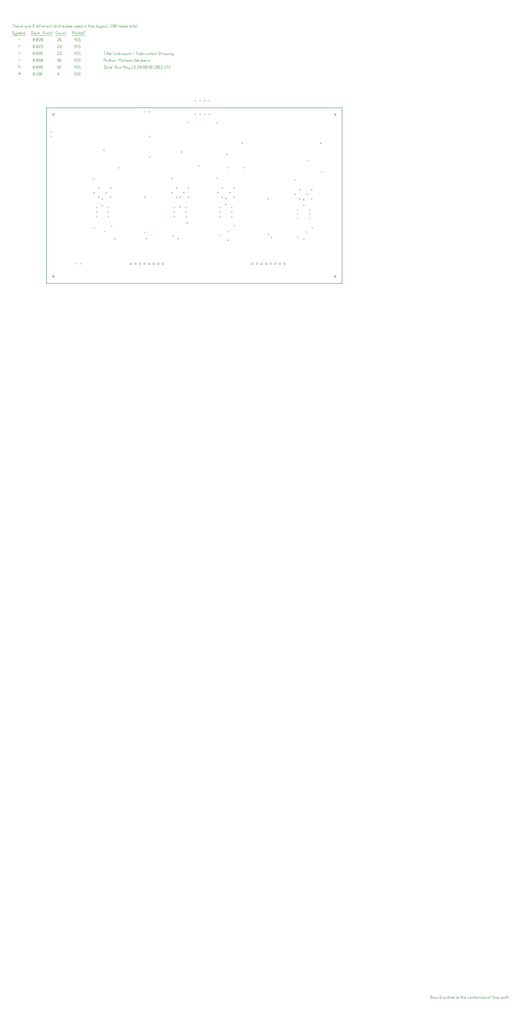
<source format=gbr>
G04 start of page 12 for group -3984 idx -3984 *
G04 Title: (unknown), fab *
G04 Creator: pcb 20110918 *
G04 CreationDate: Sun May 13 20:50:36 2012 UTC *
G04 For: mldelibero *
G04 Format: Gerber/RS-274X *
G04 PCB-Dimensions: 2000000 2000000 *
G04 PCB-Coordinate-Origin: lower left *
%MOIN*%
%FSLAX25Y25*%
%LNFAB*%
%ADD94C,0.0075*%
%ADD93C,0.0060*%
%ADD92C,0.0080*%
%ADD91C,0.0100*%
G54D91*X74100Y1553000D02*X720700D01*
Y1936800D01*
X74100D02*X720700D01*
X74100D02*Y1553000D01*
G54D92*X89100Y1921800D02*Y1918600D01*
Y1921800D02*X91873Y1923400D01*
X89100Y1921800D02*X86327Y1923400D01*
X87500Y1921800D02*G75*G03X90700Y1921800I1600J0D01*G01*
G75*G03X87500Y1921800I-1600J0D01*G01*
X89100Y1568100D02*Y1564900D01*
Y1568100D02*X91873Y1569700D01*
X89100Y1568100D02*X86327Y1569700D01*
X87500Y1568100D02*G75*G03X90700Y1568100I1600J0D01*G01*
G75*G03X87500Y1568100I-1600J0D01*G01*
X705600D02*Y1564900D01*
Y1568100D02*X708373Y1569700D01*
X705600Y1568100D02*X702827Y1569700D01*
X704000Y1568100D02*G75*G03X707200Y1568100I1600J0D01*G01*
G75*G03X704000Y1568100I-1600J0D01*G01*
X705600Y1921400D02*Y1918200D01*
Y1921400D02*X708373Y1923000D01*
X705600Y1921400D02*X702827Y1923000D01*
X704000Y1921400D02*G75*G03X707200Y1921400I1600J0D01*G01*
G75*G03X704000Y1921400I-1600J0D01*G01*
X15000Y2011250D02*Y2008050D01*
Y2011250D02*X17773Y2012850D01*
X15000Y2011250D02*X12227Y2012850D01*
X13400Y2011250D02*G75*G03X16600Y2011250I1600J0D01*G01*
G75*G03X13400Y2011250I-1600J0D01*G01*
G54D93*X135000Y2013500D02*X136500Y2010500D01*
X138000Y2013500D01*
X136500Y2010500D02*Y2007500D01*
X139800Y2010800D02*X142050D01*
X139800Y2007500D02*X142800D01*
X139800Y2013500D02*Y2007500D01*
Y2013500D02*X142800D01*
X147600D02*X148350Y2012750D01*
X145350Y2013500D02*X147600D01*
X144600Y2012750D02*X145350Y2013500D01*
X144600Y2012750D02*Y2011250D01*
X145350Y2010500D01*
X147600D01*
X148350Y2009750D01*
Y2008250D01*
X147600Y2007500D02*X148350Y2008250D01*
X145350Y2007500D02*X147600D01*
X144600Y2008250D02*X145350Y2007500D01*
X98000Y2009750D02*X101000Y2013500D01*
X98000Y2009750D02*X101750D01*
X101000Y2013500D02*Y2007500D01*
X45000Y2008250D02*X45750Y2007500D01*
X45000Y2012750D02*Y2008250D01*
Y2012750D02*X45750Y2013500D01*
X47250D01*
X48000Y2012750D01*
Y2008250D01*
X47250Y2007500D02*X48000Y2008250D01*
X45750Y2007500D02*X47250D01*
X45000Y2009000D02*X48000Y2012000D01*
X49800Y2007500D02*X50550D01*
X52350Y2012300D02*X53550Y2013500D01*
Y2007500D01*
X52350D02*X54600D01*
X56400Y2013500D02*X59400D01*
X56400D02*Y2010500D01*
X57150Y2011250D01*
X58650D01*
X59400Y2010500D01*
Y2008250D01*
X58650Y2007500D02*X59400Y2008250D01*
X57150Y2007500D02*X58650D01*
X56400Y2008250D02*X57150Y2007500D01*
X61200Y2008250D02*X61950Y2007500D01*
X61200Y2012750D02*Y2008250D01*
Y2012750D02*X61950Y2013500D01*
X63450D01*
X64200Y2012750D01*
Y2008250D01*
X63450Y2007500D02*X64200Y2008250D01*
X61950Y2007500D02*X63450D01*
X61200Y2009000D02*X64200Y2012000D01*
X256900Y1597300D02*X260100D01*
X256900D02*Y1594100D01*
X260100D01*
Y1597300D02*Y1594100D01*
X266900Y1597300D02*X270100D01*
X266900D02*Y1594100D01*
X270100D01*
Y1597300D02*Y1594100D01*
X276900Y1597300D02*X280100D01*
X276900D02*Y1594100D01*
X280100D01*
Y1597300D02*Y1594100D01*
X286900Y1597300D02*X290100D01*
X286900D02*Y1594100D01*
X290100D01*
Y1597300D02*Y1594100D01*
X296900Y1597300D02*X300100D01*
X296900D02*Y1594100D01*
X300100D01*
Y1597300D02*Y1594100D01*
X306900Y1597300D02*X310100D01*
X306900D02*Y1594100D01*
X310100D01*
Y1597300D02*Y1594100D01*
X316900Y1597300D02*X320100D01*
X316900D02*Y1594100D01*
X320100D01*
Y1597300D02*Y1594100D01*
X326900Y1597300D02*X330100D01*
X326900D02*Y1594100D01*
X330100D01*
Y1597300D02*Y1594100D01*
X523200Y1597300D02*X526400D01*
X523200D02*Y1594100D01*
X526400D01*
Y1597300D02*Y1594100D01*
X533200Y1597300D02*X536400D01*
X533200D02*Y1594100D01*
X536400D01*
Y1597300D02*Y1594100D01*
X543200Y1597300D02*X546400D01*
X543200D02*Y1594100D01*
X546400D01*
Y1597300D02*Y1594100D01*
X553200Y1597300D02*X556400D01*
X553200D02*Y1594100D01*
X556400D01*
Y1597300D02*Y1594100D01*
X563200Y1597300D02*X566400D01*
X563200D02*Y1594100D01*
X566400D01*
Y1597300D02*Y1594100D01*
X573200Y1597300D02*X576400D01*
X573200D02*Y1594100D01*
X576400D01*
Y1597300D02*Y1594100D01*
X583200Y1597300D02*X586400D01*
X583200D02*Y1594100D01*
X586400D01*
Y1597300D02*Y1594100D01*
X593200Y1597300D02*X596400D01*
X593200D02*Y1594100D01*
X596400D01*
Y1597300D02*Y1594100D01*
X13400Y2027850D02*X16600D01*
X13400D02*Y2024650D01*
X16600D01*
Y2027850D02*Y2024650D01*
X135000Y2028500D02*X136500Y2025500D01*
X138000Y2028500D01*
X136500Y2025500D02*Y2022500D01*
X139800Y2025800D02*X142050D01*
X139800Y2022500D02*X142800D01*
X139800Y2028500D02*Y2022500D01*
Y2028500D02*X142800D01*
X147600D02*X148350Y2027750D01*
X145350Y2028500D02*X147600D01*
X144600Y2027750D02*X145350Y2028500D01*
X144600Y2027750D02*Y2026250D01*
X145350Y2025500D01*
X147600D01*
X148350Y2024750D01*
Y2023250D01*
X147600Y2022500D02*X148350Y2023250D01*
X145350Y2022500D02*X147600D01*
X144600Y2023250D02*X145350Y2022500D01*
X98000Y2027300D02*X99200Y2028500D01*
Y2022500D01*
X98000D02*X100250D01*
X104300Y2028500D02*X105050Y2027750D01*
X102800Y2028500D02*X104300D01*
X102050Y2027750D02*X102800Y2028500D01*
X102050Y2027750D02*Y2023250D01*
X102800Y2022500D01*
X104300Y2025800D02*X105050Y2025050D01*
X102050Y2025800D02*X104300D01*
X102800Y2022500D02*X104300D01*
X105050Y2023250D01*
Y2025050D02*Y2023250D01*
X45000D02*X45750Y2022500D01*
X45000Y2027750D02*Y2023250D01*
Y2027750D02*X45750Y2028500D01*
X47250D01*
X48000Y2027750D01*
Y2023250D01*
X47250Y2022500D02*X48000Y2023250D01*
X45750Y2022500D02*X47250D01*
X45000Y2024000D02*X48000Y2027000D01*
X49800Y2022500D02*X50550D01*
X52350Y2023250D02*X53100Y2022500D01*
X52350Y2027750D02*Y2023250D01*
Y2027750D02*X53100Y2028500D01*
X54600D01*
X55350Y2027750D01*
Y2023250D01*
X54600Y2022500D02*X55350Y2023250D01*
X53100Y2022500D02*X54600D01*
X52350Y2024000D02*X55350Y2027000D01*
X57150Y2024750D02*X60150Y2028500D01*
X57150Y2024750D02*X60900D01*
X60150Y2028500D02*Y2022500D01*
X62700Y2028500D02*X65700D01*
X62700D02*Y2025500D01*
X63450Y2026250D01*
X64950D01*
X65700Y2025500D01*
Y2023250D01*
X64950Y2022500D02*X65700Y2023250D01*
X63450Y2022500D02*X64950D01*
X62700Y2023250D02*X63450Y2022500D01*
X148700Y1595700D02*G75*G03X150300Y1595700I800J0D01*G01*
G75*G03X148700Y1595700I-800J0D01*G01*
X138700D02*G75*G03X140300Y1595700I800J0D01*G01*
G75*G03X138700Y1595700I-800J0D01*G01*
X399200Y1922000D02*G75*G03X400800Y1922000I800J0D01*G01*
G75*G03X399200Y1922000I-800J0D01*G01*
X409200D02*G75*G03X410800Y1922000I800J0D01*G01*
G75*G03X409200Y1922000I-800J0D01*G01*
X419200D02*G75*G03X420800Y1922000I800J0D01*G01*
G75*G03X419200Y1922000I-800J0D01*G01*
X429200D02*G75*G03X430800Y1922000I800J0D01*G01*
G75*G03X429200Y1922000I-800J0D01*G01*
Y1952000D02*G75*G03X430800Y1952000I800J0D01*G01*
G75*G03X429200Y1952000I-800J0D01*G01*
X419200D02*G75*G03X420800Y1952000I800J0D01*G01*
G75*G03X419200Y1952000I-800J0D01*G01*
X409200D02*G75*G03X410800Y1952000I800J0D01*G01*
G75*G03X409200Y1952000I-800J0D01*G01*
X399200D02*G75*G03X400800Y1952000I800J0D01*G01*
G75*G03X399200Y1952000I-800J0D01*G01*
X208700Y1698300D02*G75*G03X210300Y1698300I800J0D01*G01*
G75*G03X208700Y1698300I-800J0D01*G01*
Y1708300D02*G75*G03X210300Y1708300I800J0D01*G01*
G75*G03X208700Y1708300I-800J0D01*G01*
Y1718300D02*G75*G03X210300Y1718300I800J0D01*G01*
G75*G03X208700Y1718300I-800J0D01*G01*
X182700Y1698300D02*G75*G03X184300Y1698300I800J0D01*G01*
G75*G03X182700Y1698300I-800J0D01*G01*
Y1708300D02*G75*G03X184300Y1708300I800J0D01*G01*
G75*G03X182700Y1708300I-800J0D01*G01*
Y1718300D02*G75*G03X184300Y1718300I800J0D01*G01*
G75*G03X182700Y1718300I-800J0D01*G01*
X378700Y1698300D02*G75*G03X380300Y1698300I800J0D01*G01*
G75*G03X378700Y1698300I-800J0D01*G01*
Y1708300D02*G75*G03X380300Y1708300I800J0D01*G01*
G75*G03X378700Y1708300I-800J0D01*G01*
Y1718300D02*G75*G03X380300Y1718300I800J0D01*G01*
G75*G03X378700Y1718300I-800J0D01*G01*
X352700Y1698300D02*G75*G03X354300Y1698300I800J0D01*G01*
G75*G03X352700Y1698300I-800J0D01*G01*
Y1708300D02*G75*G03X354300Y1708300I800J0D01*G01*
G75*G03X352700Y1708300I-800J0D01*G01*
Y1718300D02*G75*G03X354300Y1718300I800J0D01*G01*
G75*G03X352700Y1718300I-800J0D01*G01*
X478700Y1698300D02*G75*G03X480300Y1698300I800J0D01*G01*
G75*G03X478700Y1698300I-800J0D01*G01*
Y1708300D02*G75*G03X480300Y1708300I800J0D01*G01*
G75*G03X478700Y1708300I-800J0D01*G01*
Y1718300D02*G75*G03X480300Y1718300I800J0D01*G01*
G75*G03X478700Y1718300I-800J0D01*G01*
X452700Y1698300D02*G75*G03X454300Y1698300I800J0D01*G01*
G75*G03X452700Y1698300I-800J0D01*G01*
Y1708300D02*G75*G03X454300Y1708300I800J0D01*G01*
G75*G03X452700Y1708300I-800J0D01*G01*
Y1718300D02*G75*G03X454300Y1718300I800J0D01*G01*
G75*G03X452700Y1718300I-800J0D01*G01*
X622600Y1694500D02*G75*G03X624200Y1694500I800J0D01*G01*
G75*G03X622600Y1694500I-800J0D01*G01*
Y1704500D02*G75*G03X624200Y1704500I800J0D01*G01*
G75*G03X622600Y1704500I-800J0D01*G01*
Y1714500D02*G75*G03X624200Y1714500I800J0D01*G01*
G75*G03X622600Y1714500I-800J0D01*G01*
X648600Y1694500D02*G75*G03X650200Y1694500I800J0D01*G01*
G75*G03X648600Y1694500I-800J0D01*G01*
Y1704500D02*G75*G03X650200Y1704500I800J0D01*G01*
G75*G03X648600Y1704500I-800J0D01*G01*
Y1714500D02*G75*G03X650200Y1714500I800J0D01*G01*
G75*G03X648600Y1714500I-800J0D01*G01*
X287500Y1927500D02*G75*G03X289100Y1927500I800J0D01*G01*
G75*G03X287500Y1927500I-800J0D01*G01*
X297500D02*G75*G03X299100Y1927500I800J0D01*G01*
G75*G03X297500Y1927500I-800J0D01*G01*
X83900Y1884200D02*G75*G03X85500Y1884200I800J0D01*G01*
G75*G03X83900Y1884200I-800J0D01*G01*
Y1874200D02*G75*G03X85500Y1874200I800J0D01*G01*
G75*G03X83900Y1874200I-800J0D01*G01*
X14200Y2041250D02*G75*G03X15800Y2041250I800J0D01*G01*
G75*G03X14200Y2041250I-800J0D01*G01*
X135000Y2043500D02*X136500Y2040500D01*
X138000Y2043500D01*
X136500Y2040500D02*Y2037500D01*
X139800Y2040800D02*X142050D01*
X139800Y2037500D02*X142800D01*
X139800Y2043500D02*Y2037500D01*
Y2043500D02*X142800D01*
X147600D02*X148350Y2042750D01*
X145350Y2043500D02*X147600D01*
X144600Y2042750D02*X145350Y2043500D01*
X144600Y2042750D02*Y2041250D01*
X145350Y2040500D01*
X147600D01*
X148350Y2039750D01*
Y2038250D01*
X147600Y2037500D02*X148350Y2038250D01*
X145350Y2037500D02*X147600D01*
X144600Y2038250D02*X145350Y2037500D01*
X98000Y2042750D02*X98750Y2043500D01*
X100250D01*
X101000Y2042750D01*
X100250Y2037500D02*X101000Y2038250D01*
X98750Y2037500D02*X100250D01*
X98000Y2038250D02*X98750Y2037500D01*
Y2040800D02*X100250D01*
X101000Y2042750D02*Y2041550D01*
Y2040050D02*Y2038250D01*
Y2040050D02*X100250Y2040800D01*
X101000Y2041550D02*X100250Y2040800D01*
X102800Y2038250D02*X103550Y2037500D01*
X102800Y2039450D02*Y2038250D01*
Y2039450D02*X103850Y2040500D01*
X104750D01*
X105800Y2039450D01*
Y2038250D01*
X105050Y2037500D02*X105800Y2038250D01*
X103550Y2037500D02*X105050D01*
X102800Y2041550D02*X103850Y2040500D01*
X102800Y2042750D02*Y2041550D01*
Y2042750D02*X103550Y2043500D01*
X105050D01*
X105800Y2042750D01*
Y2041550D01*
X104750Y2040500D02*X105800Y2041550D01*
X45000Y2038250D02*X45750Y2037500D01*
X45000Y2042750D02*Y2038250D01*
Y2042750D02*X45750Y2043500D01*
X47250D01*
X48000Y2042750D01*
Y2038250D01*
X47250Y2037500D02*X48000Y2038250D01*
X45750Y2037500D02*X47250D01*
X45000Y2039000D02*X48000Y2042000D01*
X49800Y2037500D02*X50550D01*
X52350Y2038250D02*X53100Y2037500D01*
X52350Y2042750D02*Y2038250D01*
Y2042750D02*X53100Y2043500D01*
X54600D01*
X55350Y2042750D01*
Y2038250D01*
X54600Y2037500D02*X55350Y2038250D01*
X53100Y2037500D02*X54600D01*
X52350Y2039000D02*X55350Y2042000D01*
X57150Y2039750D02*X60150Y2043500D01*
X57150Y2039750D02*X60900D01*
X60150Y2043500D02*Y2037500D01*
X62700Y2038250D02*X63450Y2037500D01*
X62700Y2042750D02*Y2038250D01*
Y2042750D02*X63450Y2043500D01*
X64950D01*
X65700Y2042750D01*
Y2038250D01*
X64950Y2037500D02*X65700Y2038250D01*
X63450Y2037500D02*X64950D01*
X62700Y2039000D02*X65700Y2042000D01*
X195300Y1723800D02*X197700Y1721400D01*
X195300D02*X197700Y1723800D01*
X195300Y1738300D02*X197700Y1735900D01*
X195300D02*X197700Y1738300D01*
X199000Y1845400D02*X201400Y1843000D01*
X199000D02*X201400Y1845400D01*
X368200Y1841200D02*X370600Y1838800D01*
X368200D02*X370600Y1841200D01*
X347900Y1783400D02*X350300Y1781000D01*
X347900D02*X350300Y1783400D01*
X365300Y1741700D02*X367700Y1739300D01*
X365300D02*X367700Y1741700D01*
X365500Y1721500D02*X367900Y1719100D01*
X365500D02*X367900Y1721500D01*
X350700Y1658300D02*X353100Y1655900D01*
X350700D02*X353100Y1658300D01*
X380400Y1685600D02*X382800Y1683200D01*
X380400D02*X382800Y1685600D01*
X288300Y1742500D02*X290700Y1740100D01*
X288300D02*X290700Y1742500D01*
X222800Y1651800D02*X225200Y1649400D01*
X222800D02*X225200Y1651800D01*
X361100Y1651900D02*X363500Y1649500D01*
X361100D02*X363500Y1651900D01*
X291900Y1651800D02*X294300Y1649400D01*
X291900D02*X294300Y1651800D01*
X465400Y1726400D02*X467800Y1724000D01*
X465400D02*X467800Y1726400D01*
X465400Y1739300D02*X467800Y1736900D01*
X465400D02*X467800Y1739300D01*
X558200Y1738700D02*X560600Y1736300D01*
X558200D02*X560600Y1738700D01*
X635700Y1737200D02*X638100Y1734800D01*
X635700D02*X638100Y1737200D01*
X635800Y1724800D02*X638200Y1722400D01*
X635800D02*X638200Y1724800D01*
X469900Y1648500D02*X472300Y1646100D01*
X469900D02*X472300Y1648500D01*
X501300Y1860600D02*X503700Y1858200D01*
X501300D02*X503700Y1860600D01*
X468100Y1835700D02*X470500Y1833300D01*
X468100D02*X470500Y1835700D01*
X673100Y1860200D02*X675500Y1857800D01*
X673100D02*X675500Y1860200D01*
X13800Y2057450D02*X16200Y2055050D01*
X13800D02*X16200Y2057450D01*
X135000Y2058500D02*X136500Y2055500D01*
X138000Y2058500D01*
X136500Y2055500D02*Y2052500D01*
X139800Y2055800D02*X142050D01*
X139800Y2052500D02*X142800D01*
X139800Y2058500D02*Y2052500D01*
Y2058500D02*X142800D01*
X147600D02*X148350Y2057750D01*
X145350Y2058500D02*X147600D01*
X144600Y2057750D02*X145350Y2058500D01*
X144600Y2057750D02*Y2056250D01*
X145350Y2055500D01*
X147600D01*
X148350Y2054750D01*
Y2053250D01*
X147600Y2052500D02*X148350Y2053250D01*
X145350Y2052500D02*X147600D01*
X144600Y2053250D02*X145350Y2052500D01*
X98000Y2057750D02*X98750Y2058500D01*
X101000D01*
X101750Y2057750D01*
Y2056250D01*
X98000Y2052500D02*X101750Y2056250D01*
X98000Y2052500D02*X101750D01*
X103550Y2057750D02*X104300Y2058500D01*
X106550D01*
X107300Y2057750D01*
Y2056250D01*
X103550Y2052500D02*X107300Y2056250D01*
X103550Y2052500D02*X107300D01*
X45000Y2053250D02*X45750Y2052500D01*
X45000Y2057750D02*Y2053250D01*
Y2057750D02*X45750Y2058500D01*
X47250D01*
X48000Y2057750D01*
Y2053250D01*
X47250Y2052500D02*X48000Y2053250D01*
X45750Y2052500D02*X47250D01*
X45000Y2054000D02*X48000Y2057000D01*
X49800Y2052500D02*X50550D01*
X52350Y2053250D02*X53100Y2052500D01*
X52350Y2057750D02*Y2053250D01*
Y2057750D02*X53100Y2058500D01*
X54600D01*
X55350Y2057750D01*
Y2053250D01*
X54600Y2052500D02*X55350Y2053250D01*
X53100Y2052500D02*X54600D01*
X52350Y2054000D02*X55350Y2057000D01*
X57150Y2057750D02*X57900Y2058500D01*
X59400D01*
X60150Y2057750D01*
X59400Y2052500D02*X60150Y2053250D01*
X57900Y2052500D02*X59400D01*
X57150Y2053250D02*X57900Y2052500D01*
Y2055800D02*X59400D01*
X60150Y2057750D02*Y2056550D01*
Y2055050D02*Y2053250D01*
Y2055050D02*X59400Y2055800D01*
X60150Y2056550D02*X59400Y2055800D01*
X61950Y2058500D02*X64950D01*
X61950D02*Y2055500D01*
X62700Y2056250D01*
X64200D01*
X64950Y2055500D01*
Y2053250D01*
X64200Y2052500D02*X64950Y2053250D01*
X62700Y2052500D02*X64200D01*
X61950Y2053250D02*X62700Y2052500D01*
X188500Y1742900D02*Y1739700D01*
X186900Y1741300D02*X190100D01*
X188500Y1762900D02*Y1759700D01*
X186900Y1761300D02*X190100D01*
X178500Y1752900D02*Y1749700D01*
X176900Y1751300D02*X180100D01*
X214500Y1742900D02*Y1739700D01*
X212900Y1741300D02*X216100D01*
X214500Y1762900D02*Y1759700D01*
X212900Y1761300D02*X216100D01*
X204500Y1752900D02*Y1749700D01*
X202900Y1751300D02*X206100D01*
X384500Y1742900D02*Y1739700D01*
X382900Y1741300D02*X386100D01*
X384500Y1762900D02*Y1759700D01*
X382900Y1761300D02*X386100D01*
X374500Y1752900D02*Y1749700D01*
X372900Y1751300D02*X376100D01*
X358500Y1742900D02*Y1739700D01*
X356900Y1741300D02*X360100D01*
X358500Y1762900D02*Y1759700D01*
X356900Y1761300D02*X360100D01*
X348500Y1752900D02*Y1749700D01*
X346900Y1751300D02*X350100D01*
X484500Y1742900D02*Y1739700D01*
X482900Y1741300D02*X486100D01*
X484500Y1762900D02*Y1759700D01*
X482900Y1761300D02*X486100D01*
X474500Y1752900D02*Y1749700D01*
X472900Y1751300D02*X476100D01*
X458500Y1742900D02*Y1739700D01*
X456900Y1741300D02*X460100D01*
X458500Y1762900D02*Y1759700D01*
X456900Y1761300D02*X460100D01*
X448500Y1752900D02*Y1749700D01*
X446900Y1751300D02*X450100D01*
X628400Y1739100D02*Y1735900D01*
X626800Y1737500D02*X630000D01*
X628400Y1759100D02*Y1755900D01*
X626800Y1757500D02*X630000D01*
X618400Y1749100D02*Y1745900D01*
X616800Y1747500D02*X620000D01*
X654400Y1739100D02*Y1735900D01*
X652800Y1737500D02*X656000D01*
X654400Y1759100D02*Y1755900D01*
X652800Y1757500D02*X656000D01*
X644400Y1749100D02*Y1745900D01*
X642800Y1747500D02*X646000D01*
X15000Y2072850D02*Y2069650D01*
X13400Y2071250D02*X16600D01*
X135000Y2073500D02*X136500Y2070500D01*
X138000Y2073500D01*
X136500Y2070500D02*Y2067500D01*
X139800Y2070800D02*X142050D01*
X139800Y2067500D02*X142800D01*
X139800Y2073500D02*Y2067500D01*
Y2073500D02*X142800D01*
X147600D02*X148350Y2072750D01*
X145350Y2073500D02*X147600D01*
X144600Y2072750D02*X145350Y2073500D01*
X144600Y2072750D02*Y2071250D01*
X145350Y2070500D01*
X147600D01*
X148350Y2069750D01*
Y2068250D01*
X147600Y2067500D02*X148350Y2068250D01*
X145350Y2067500D02*X147600D01*
X144600Y2068250D02*X145350Y2067500D01*
X98000Y2072750D02*X98750Y2073500D01*
X101000D01*
X101750Y2072750D01*
Y2071250D01*
X98000Y2067500D02*X101750Y2071250D01*
X98000Y2067500D02*X101750D01*
X103550Y2069750D02*X106550Y2073500D01*
X103550Y2069750D02*X107300D01*
X106550Y2073500D02*Y2067500D01*
X45000Y2068250D02*X45750Y2067500D01*
X45000Y2072750D02*Y2068250D01*
Y2072750D02*X45750Y2073500D01*
X47250D01*
X48000Y2072750D01*
Y2068250D01*
X47250Y2067500D02*X48000Y2068250D01*
X45750Y2067500D02*X47250D01*
X45000Y2069000D02*X48000Y2072000D01*
X49800Y2067500D02*X50550D01*
X52350Y2068250D02*X53100Y2067500D01*
X52350Y2072750D02*Y2068250D01*
Y2072750D02*X53100Y2073500D01*
X54600D01*
X55350Y2072750D01*
Y2068250D01*
X54600Y2067500D02*X55350Y2068250D01*
X53100Y2067500D02*X54600D01*
X52350Y2069000D02*X55350Y2072000D01*
X57150Y2072750D02*X57900Y2073500D01*
X60150D01*
X60900Y2072750D01*
Y2071250D01*
X57150Y2067500D02*X60900Y2071250D01*
X57150Y2067500D02*X60900D01*
X62700Y2072750D02*X63450Y2073500D01*
X64950D01*
X65700Y2072750D01*
X64950Y2067500D02*X65700Y2068250D01*
X63450Y2067500D02*X64950D01*
X62700Y2068250D02*X63450Y2067500D01*
Y2070800D02*X64950D01*
X65700Y2072750D02*Y2071550D01*
Y2070050D02*Y2068250D01*
Y2070050D02*X64950Y2070800D01*
X65700Y2071550D02*X64950Y2070800D01*
X178300Y1673300D02*Y1671700D01*
Y1673300D02*X179687Y1674100D01*
X178300Y1673300D02*X176913Y1674100D01*
X176700Y1781200D02*Y1779600D01*
Y1781200D02*X178087Y1782000D01*
X176700Y1781200D02*X175313Y1782000D01*
X232700Y1805200D02*Y1803600D01*
Y1805200D02*X234087Y1806000D01*
X232700Y1805200D02*X231313Y1806000D01*
X202500Y1666500D02*Y1664900D01*
Y1666500D02*X203887Y1667300D01*
X202500Y1666500D02*X201113Y1667300D01*
X216700Y1678000D02*Y1676400D01*
Y1678000D02*X218087Y1678800D01*
X216700Y1678000D02*X215313Y1678800D01*
X407400Y1809500D02*Y1807900D01*
Y1809500D02*X408787Y1810300D01*
X407400Y1809500D02*X406013Y1810300D01*
X289500Y1664300D02*Y1662700D01*
Y1664300D02*X290887Y1665100D01*
X289500Y1664300D02*X288113Y1665100D01*
X472200Y1805200D02*Y1803600D01*
Y1805200D02*X473587Y1806000D01*
X472200Y1805200D02*X470813Y1806000D01*
X447200Y1782300D02*Y1780700D01*
Y1782300D02*X448587Y1783100D01*
X447200Y1782300D02*X445813Y1783100D01*
X506900Y1805400D02*Y1803800D01*
Y1805400D02*X508287Y1806200D01*
X506900Y1805400D02*X505513Y1806200D01*
X485300Y1678700D02*Y1677100D01*
Y1678700D02*X486687Y1679500D01*
X485300Y1678700D02*X483913Y1679500D01*
X453500Y1657500D02*Y1655900D01*
Y1657500D02*X454887Y1658300D01*
X453500Y1657500D02*X452113Y1658300D01*
X472300Y1666400D02*Y1664800D01*
Y1666400D02*X473687Y1667200D01*
X472300Y1666400D02*X470913Y1667200D01*
X559400Y1660500D02*Y1658900D01*
Y1660500D02*X560787Y1661300D01*
X559400Y1660500D02*X558013Y1661300D01*
X676500Y1796000D02*Y1794400D01*
Y1796000D02*X677887Y1796800D01*
X676500Y1796000D02*X675113Y1796800D01*
X617300Y1778400D02*Y1776800D01*
Y1778400D02*X618687Y1779200D01*
X617300Y1778400D02*X615913Y1779200D01*
X623200Y1653900D02*Y1652300D01*
Y1653900D02*X624587Y1654700D01*
X623200Y1653900D02*X621813Y1654700D01*
X642400Y1665100D02*Y1663500D01*
Y1665100D02*X643787Y1665900D01*
X642400Y1665100D02*X641013Y1665900D01*
X655500Y1674200D02*Y1672600D01*
Y1674200D02*X656887Y1675000D01*
X655500Y1674200D02*X654113Y1675000D01*
X636800Y1648800D02*Y1647200D01*
Y1648800D02*X638187Y1649600D01*
X636800Y1648800D02*X635413Y1649600D01*
X566300Y1653400D02*Y1651800D01*
Y1653400D02*X567687Y1654200D01*
X566300Y1653400D02*X564913Y1654200D01*
X299600Y1828800D02*Y1827200D01*
Y1828800D02*X300987Y1829600D01*
X299600Y1828800D02*X298213Y1829600D01*
X646300Y1821000D02*Y1819400D01*
Y1821000D02*X647687Y1821800D01*
X646300Y1821000D02*X644913Y1821800D01*
X299600Y1874000D02*Y1872400D01*
Y1874000D02*X300987Y1874800D01*
X299600Y1874000D02*X298213Y1874800D01*
X446600Y1904000D02*Y1902400D01*
Y1904000D02*X447987Y1904800D01*
X446600Y1904000D02*X445213Y1904800D01*
X383200Y1904200D02*Y1902600D01*
Y1904200D02*X384587Y1905000D01*
X383200Y1904200D02*X381813Y1905000D01*
X15000Y2086250D02*Y2084650D01*
Y2086250D02*X16387Y2087050D01*
X15000Y2086250D02*X13613Y2087050D01*
X135000Y2088500D02*X136500Y2085500D01*
X138000Y2088500D01*
X136500Y2085500D02*Y2082500D01*
X139800Y2085800D02*X142050D01*
X139800Y2082500D02*X142800D01*
X139800Y2088500D02*Y2082500D01*
Y2088500D02*X142800D01*
X147600D02*X148350Y2087750D01*
X145350Y2088500D02*X147600D01*
X144600Y2087750D02*X145350Y2088500D01*
X144600Y2087750D02*Y2086250D01*
X145350Y2085500D01*
X147600D01*
X148350Y2084750D01*
Y2083250D01*
X147600Y2082500D02*X148350Y2083250D01*
X145350Y2082500D02*X147600D01*
X144600Y2083250D02*X145350Y2082500D01*
X98000Y2087750D02*X98750Y2088500D01*
X101000D01*
X101750Y2087750D01*
Y2086250D01*
X98000Y2082500D02*X101750Y2086250D01*
X98000Y2082500D02*X101750D01*
X105800Y2088500D02*X106550Y2087750D01*
X104300Y2088500D02*X105800D01*
X103550Y2087750D02*X104300Y2088500D01*
X103550Y2087750D02*Y2083250D01*
X104300Y2082500D01*
X105800Y2085800D02*X106550Y2085050D01*
X103550Y2085800D02*X105800D01*
X104300Y2082500D02*X105800D01*
X106550Y2083250D01*
Y2085050D02*Y2083250D01*
X45000D02*X45750Y2082500D01*
X45000Y2087750D02*Y2083250D01*
Y2087750D02*X45750Y2088500D01*
X47250D01*
X48000Y2087750D01*
Y2083250D01*
X47250Y2082500D02*X48000Y2083250D01*
X45750Y2082500D02*X47250D01*
X45000Y2084000D02*X48000Y2087000D01*
X49800Y2082500D02*X50550D01*
X52350Y2083250D02*X53100Y2082500D01*
X52350Y2087750D02*Y2083250D01*
Y2087750D02*X53100Y2088500D01*
X54600D01*
X55350Y2087750D01*
Y2083250D01*
X54600Y2082500D02*X55350Y2083250D01*
X53100Y2082500D02*X54600D01*
X52350Y2084000D02*X55350Y2087000D01*
X57150Y2087750D02*X57900Y2088500D01*
X60150D01*
X60900Y2087750D01*
Y2086250D01*
X57150Y2082500D02*X60900Y2086250D01*
X57150Y2082500D02*X60900D01*
X62700Y2083250D02*X63450Y2082500D01*
X62700Y2087750D02*Y2083250D01*
Y2087750D02*X63450Y2088500D01*
X64950D01*
X65700Y2087750D01*
Y2083250D01*
X64950Y2082500D02*X65700Y2083250D01*
X63450Y2082500D02*X64950D01*
X62700Y2084000D02*X65700Y2087000D01*
X3000Y2103500D02*X3750Y2102750D01*
X750Y2103500D02*X3000D01*
X0Y2102750D02*X750Y2103500D01*
X0Y2102750D02*Y2101250D01*
X750Y2100500D01*
X3000D01*
X3750Y2099750D01*
Y2098250D01*
X3000Y2097500D02*X3750Y2098250D01*
X750Y2097500D02*X3000D01*
X0Y2098250D02*X750Y2097500D01*
X5550Y2100500D02*Y2098250D01*
X6300Y2097500D01*
X8550Y2100500D02*Y2096000D01*
X7800Y2095250D02*X8550Y2096000D01*
X6300Y2095250D02*X7800D01*
X5550Y2096000D02*X6300Y2095250D01*
Y2097500D02*X7800D01*
X8550Y2098250D01*
X11100Y2099750D02*Y2097500D01*
Y2099750D02*X11850Y2100500D01*
X12600D01*
X13350Y2099750D01*
Y2097500D01*
Y2099750D02*X14100Y2100500D01*
X14850D01*
X15600Y2099750D01*
Y2097500D01*
X10350Y2100500D02*X11100Y2099750D01*
X17400Y2103500D02*Y2097500D01*
Y2098250D02*X18150Y2097500D01*
X19650D01*
X20400Y2098250D01*
Y2099750D02*Y2098250D01*
X19650Y2100500D02*X20400Y2099750D01*
X18150Y2100500D02*X19650D01*
X17400Y2099750D02*X18150Y2100500D01*
X22200Y2099750D02*Y2098250D01*
Y2099750D02*X22950Y2100500D01*
X24450D01*
X25200Y2099750D01*
Y2098250D01*
X24450Y2097500D02*X25200Y2098250D01*
X22950Y2097500D02*X24450D01*
X22200Y2098250D02*X22950Y2097500D01*
X27000Y2103500D02*Y2098250D01*
X27750Y2097500D01*
X0Y2094250D02*X29250D01*
X41750Y2103500D02*Y2097500D01*
X43700Y2103500D02*X44750Y2102450D01*
Y2098550D01*
X43700Y2097500D02*X44750Y2098550D01*
X41000Y2097500D02*X43700D01*
X41000Y2103500D02*X43700D01*
G54D94*X46550Y2102000D02*Y2101850D01*
G54D93*Y2099750D02*Y2097500D01*
X50300Y2100500D02*X51050Y2099750D01*
X48800Y2100500D02*X50300D01*
X48050Y2099750D02*X48800Y2100500D01*
X48050Y2099750D02*Y2098250D01*
X48800Y2097500D01*
X51050Y2100500D02*Y2098250D01*
X51800Y2097500D01*
X48800D02*X50300D01*
X51050Y2098250D01*
X54350Y2099750D02*Y2097500D01*
Y2099750D02*X55100Y2100500D01*
X55850D01*
X56600Y2099750D01*
Y2097500D01*
Y2099750D02*X57350Y2100500D01*
X58100D01*
X58850Y2099750D01*
Y2097500D01*
X53600Y2100500D02*X54350Y2099750D01*
X60650Y2097500D02*X61400D01*
X65900Y2098250D02*X66650Y2097500D01*
X65900Y2102750D02*X66650Y2103500D01*
X65900Y2102750D02*Y2098250D01*
X68450Y2103500D02*X69950D01*
X69200D02*Y2097500D01*
X68450D02*X69950D01*
X72500Y2099750D02*Y2097500D01*
Y2099750D02*X73250Y2100500D01*
X74000D01*
X74750Y2099750D01*
Y2097500D01*
X71750Y2100500D02*X72500Y2099750D01*
X77300Y2100500D02*X79550D01*
X76550Y2099750D02*X77300Y2100500D01*
X76550Y2099750D02*Y2098250D01*
X77300Y2097500D01*
X79550D01*
X81350Y2103500D02*Y2097500D01*
Y2099750D02*X82100Y2100500D01*
X83600D01*
X84350Y2099750D01*
Y2097500D01*
X86150Y2103500D02*X86900Y2102750D01*
Y2098250D01*
X86150Y2097500D02*X86900Y2098250D01*
X41000Y2094250D02*X88700D01*
X96050Y2097500D02*X98000D01*
X95000Y2098550D02*X96050Y2097500D01*
X95000Y2102450D02*Y2098550D01*
Y2102450D02*X96050Y2103500D01*
X98000D01*
X99800Y2099750D02*Y2098250D01*
Y2099750D02*X100550Y2100500D01*
X102050D01*
X102800Y2099750D01*
Y2098250D01*
X102050Y2097500D02*X102800Y2098250D01*
X100550Y2097500D02*X102050D01*
X99800Y2098250D02*X100550Y2097500D01*
X104600Y2100500D02*Y2098250D01*
X105350Y2097500D01*
X106850D01*
X107600Y2098250D01*
Y2100500D02*Y2098250D01*
X110150Y2099750D02*Y2097500D01*
Y2099750D02*X110900Y2100500D01*
X111650D01*
X112400Y2099750D01*
Y2097500D01*
X109400Y2100500D02*X110150Y2099750D01*
X114950Y2103500D02*Y2098250D01*
X115700Y2097500D01*
X114200Y2101250D02*X115700D01*
X95000Y2094250D02*X117200D01*
X130750Y2103500D02*Y2097500D01*
X130000Y2103500D02*X133000D01*
X133750Y2102750D01*
Y2101250D01*
X133000Y2100500D02*X133750Y2101250D01*
X130750Y2100500D02*X133000D01*
X135550Y2103500D02*Y2098250D01*
X136300Y2097500D01*
X140050Y2100500D02*X140800Y2099750D01*
X138550Y2100500D02*X140050D01*
X137800Y2099750D02*X138550Y2100500D01*
X137800Y2099750D02*Y2098250D01*
X138550Y2097500D01*
X140800Y2100500D02*Y2098250D01*
X141550Y2097500D01*
X138550D02*X140050D01*
X140800Y2098250D01*
X144100Y2103500D02*Y2098250D01*
X144850Y2097500D01*
X143350Y2101250D02*X144850D01*
X147100Y2097500D02*X149350D01*
X146350Y2098250D02*X147100Y2097500D01*
X146350Y2099750D02*Y2098250D01*
Y2099750D02*X147100Y2100500D01*
X148600D01*
X149350Y2099750D01*
X146350Y2099000D02*X149350D01*
Y2099750D02*Y2099000D01*
X154150Y2103500D02*Y2097500D01*
X153400D02*X154150Y2098250D01*
X151900Y2097500D02*X153400D01*
X151150Y2098250D02*X151900Y2097500D01*
X151150Y2099750D02*Y2098250D01*
Y2099750D02*X151900Y2100500D01*
X153400D01*
X154150Y2099750D01*
X157450Y2100500D02*Y2099750D01*
Y2098250D02*Y2097500D01*
X155950Y2102750D02*Y2102000D01*
Y2102750D02*X156700Y2103500D01*
X158200D01*
X158950Y2102750D01*
Y2102000D01*
X157450Y2100500D02*X158950Y2102000D01*
X130000Y2094250D02*X160750D01*
X0Y2118500D02*X3000D01*
X1500D02*Y2112500D01*
X4800Y2118500D02*Y2112500D01*
Y2114750D02*X5550Y2115500D01*
X7050D01*
X7800Y2114750D01*
Y2112500D01*
X10350D02*X12600D01*
X9600Y2113250D02*X10350Y2112500D01*
X9600Y2114750D02*Y2113250D01*
Y2114750D02*X10350Y2115500D01*
X11850D01*
X12600Y2114750D01*
X9600Y2114000D02*X12600D01*
Y2114750D02*Y2114000D01*
X15150Y2114750D02*Y2112500D01*
Y2114750D02*X15900Y2115500D01*
X17400D01*
X14400D02*X15150Y2114750D01*
X19950Y2112500D02*X22200D01*
X19200Y2113250D02*X19950Y2112500D01*
X19200Y2114750D02*Y2113250D01*
Y2114750D02*X19950Y2115500D01*
X21450D01*
X22200Y2114750D01*
X19200Y2114000D02*X22200D01*
Y2114750D02*Y2114000D01*
X28950Y2115500D02*X29700Y2114750D01*
X27450Y2115500D02*X28950D01*
X26700Y2114750D02*X27450Y2115500D01*
X26700Y2114750D02*Y2113250D01*
X27450Y2112500D01*
X29700Y2115500D02*Y2113250D01*
X30450Y2112500D01*
X27450D02*X28950D01*
X29700Y2113250D01*
X33000Y2114750D02*Y2112500D01*
Y2114750D02*X33750Y2115500D01*
X35250D01*
X32250D02*X33000Y2114750D01*
X37800Y2112500D02*X40050D01*
X37050Y2113250D02*X37800Y2112500D01*
X37050Y2114750D02*Y2113250D01*
Y2114750D02*X37800Y2115500D01*
X39300D01*
X40050Y2114750D01*
X37050Y2114000D02*X40050D01*
Y2114750D02*Y2114000D01*
X46800Y2118500D02*X47550Y2117750D01*
X45300Y2118500D02*X46800D01*
X44550Y2117750D02*X45300Y2118500D01*
X44550Y2117750D02*Y2113250D01*
X45300Y2112500D01*
X46800Y2115800D02*X47550Y2115050D01*
X44550Y2115800D02*X46800D01*
X45300Y2112500D02*X46800D01*
X47550Y2113250D01*
Y2115050D02*Y2113250D01*
X55050Y2118500D02*Y2112500D01*
X54300D02*X55050Y2113250D01*
X52800Y2112500D02*X54300D01*
X52050Y2113250D02*X52800Y2112500D01*
X52050Y2114750D02*Y2113250D01*
Y2114750D02*X52800Y2115500D01*
X54300D01*
X55050Y2114750D01*
G54D94*X56850Y2117000D02*Y2116850D01*
G54D93*Y2114750D02*Y2112500D01*
X59100Y2117750D02*Y2112500D01*
Y2117750D02*X59850Y2118500D01*
X60600D01*
X58350Y2115500D02*X59850D01*
X62850Y2117750D02*Y2112500D01*
Y2117750D02*X63600Y2118500D01*
X64350D01*
X62100Y2115500D02*X63600D01*
X66600Y2112500D02*X68850D01*
X65850Y2113250D02*X66600Y2112500D01*
X65850Y2114750D02*Y2113250D01*
Y2114750D02*X66600Y2115500D01*
X68100D01*
X68850Y2114750D01*
X65850Y2114000D02*X68850D01*
Y2114750D02*Y2114000D01*
X71400Y2114750D02*Y2112500D01*
Y2114750D02*X72150Y2115500D01*
X73650D01*
X70650D02*X71400Y2114750D01*
X76200Y2112500D02*X78450D01*
X75450Y2113250D02*X76200Y2112500D01*
X75450Y2114750D02*Y2113250D01*
Y2114750D02*X76200Y2115500D01*
X77700D01*
X78450Y2114750D01*
X75450Y2114000D02*X78450D01*
Y2114750D02*Y2114000D01*
X81000Y2114750D02*Y2112500D01*
Y2114750D02*X81750Y2115500D01*
X82500D01*
X83250Y2114750D01*
Y2112500D01*
X80250Y2115500D02*X81000Y2114750D01*
X85800Y2118500D02*Y2113250D01*
X86550Y2112500D01*
X85050Y2116250D02*X86550D01*
X93750Y2118500D02*Y2112500D01*
X93000D02*X93750Y2113250D01*
X91500Y2112500D02*X93000D01*
X90750Y2113250D02*X91500Y2112500D01*
X90750Y2114750D02*Y2113250D01*
Y2114750D02*X91500Y2115500D01*
X93000D01*
X93750Y2114750D01*
X96300D02*Y2112500D01*
Y2114750D02*X97050Y2115500D01*
X98550D01*
X95550D02*X96300Y2114750D01*
G54D94*X100350Y2117000D02*Y2116850D01*
G54D93*Y2114750D02*Y2112500D01*
X101850Y2118500D02*Y2113250D01*
X102600Y2112500D01*
X104100Y2118500D02*Y2113250D01*
X104850Y2112500D01*
X109800D02*X112050D01*
X112800Y2113250D01*
X112050Y2114000D02*X112800Y2113250D01*
X109800Y2114000D02*X112050D01*
X109050Y2114750D02*X109800Y2114000D01*
X109050Y2114750D02*X109800Y2115500D01*
X112050D01*
X112800Y2114750D01*
X109050Y2113250D02*X109800Y2112500D01*
G54D94*X114600Y2117000D02*Y2116850D01*
G54D93*Y2114750D02*Y2112500D01*
X116100Y2115500D02*X119100D01*
X116100Y2112500D02*X119100Y2115500D01*
X116100Y2112500D02*X119100D01*
X121650D02*X123900D01*
X120900Y2113250D02*X121650Y2112500D01*
X120900Y2114750D02*Y2113250D01*
Y2114750D02*X121650Y2115500D01*
X123150D01*
X123900Y2114750D01*
X120900Y2114000D02*X123900D01*
Y2114750D02*Y2114000D01*
X126450Y2112500D02*X128700D01*
X129450Y2113250D01*
X128700Y2114000D02*X129450Y2113250D01*
X126450Y2114000D02*X128700D01*
X125700Y2114750D02*X126450Y2114000D01*
X125700Y2114750D02*X126450Y2115500D01*
X128700D01*
X129450Y2114750D01*
X125700Y2113250D02*X126450Y2112500D01*
X133950Y2115500D02*Y2113250D01*
X134700Y2112500D01*
X136200D01*
X136950Y2113250D01*
Y2115500D02*Y2113250D01*
X139500Y2112500D02*X141750D01*
X142500Y2113250D01*
X141750Y2114000D02*X142500Y2113250D01*
X139500Y2114000D02*X141750D01*
X138750Y2114750D02*X139500Y2114000D01*
X138750Y2114750D02*X139500Y2115500D01*
X141750D01*
X142500Y2114750D01*
X138750Y2113250D02*X139500Y2112500D01*
X145050D02*X147300D01*
X144300Y2113250D02*X145050Y2112500D01*
X144300Y2114750D02*Y2113250D01*
Y2114750D02*X145050Y2115500D01*
X146550D01*
X147300Y2114750D01*
X144300Y2114000D02*X147300D01*
Y2114750D02*Y2114000D01*
X152100Y2118500D02*Y2112500D01*
X151350D02*X152100Y2113250D01*
X149850Y2112500D02*X151350D01*
X149100Y2113250D02*X149850Y2112500D01*
X149100Y2114750D02*Y2113250D01*
Y2114750D02*X149850Y2115500D01*
X151350D01*
X152100Y2114750D01*
G54D94*X156600Y2117000D02*Y2116850D01*
G54D93*Y2114750D02*Y2112500D01*
X158850Y2114750D02*Y2112500D01*
Y2114750D02*X159600Y2115500D01*
X160350D01*
X161100Y2114750D01*
Y2112500D01*
X158100Y2115500D02*X158850Y2114750D01*
X166350Y2118500D02*Y2113250D01*
X167100Y2112500D01*
X165600Y2116250D02*X167100D01*
X168600Y2118500D02*Y2112500D01*
Y2114750D02*X169350Y2115500D01*
X170850D01*
X171600Y2114750D01*
Y2112500D01*
G54D94*X173400Y2117000D02*Y2116850D01*
G54D93*Y2114750D02*Y2112500D01*
X175650D02*X177900D01*
X178650Y2113250D01*
X177900Y2114000D02*X178650Y2113250D01*
X175650Y2114000D02*X177900D01*
X174900Y2114750D02*X175650Y2114000D01*
X174900Y2114750D02*X175650Y2115500D01*
X177900D01*
X178650Y2114750D01*
X174900Y2113250D02*X175650Y2112500D01*
X183150Y2118500D02*Y2113250D01*
X183900Y2112500D01*
X187650Y2115500D02*X188400Y2114750D01*
X186150Y2115500D02*X187650D01*
X185400Y2114750D02*X186150Y2115500D01*
X185400Y2114750D02*Y2113250D01*
X186150Y2112500D01*
X188400Y2115500D02*Y2113250D01*
X189150Y2112500D01*
X186150D02*X187650D01*
X188400Y2113250D01*
X190950Y2115500D02*Y2113250D01*
X191700Y2112500D01*
X193950Y2115500D02*Y2111000D01*
X193200Y2110250D02*X193950Y2111000D01*
X191700Y2110250D02*X193200D01*
X190950Y2111000D02*X191700Y2110250D01*
Y2112500D02*X193200D01*
X193950Y2113250D01*
X195750Y2114750D02*Y2113250D01*
Y2114750D02*X196500Y2115500D01*
X198000D01*
X198750Y2114750D01*
Y2113250D01*
X198000Y2112500D02*X198750Y2113250D01*
X196500Y2112500D02*X198000D01*
X195750Y2113250D02*X196500Y2112500D01*
X200550Y2115500D02*Y2113250D01*
X201300Y2112500D01*
X202800D01*
X203550Y2113250D01*
Y2115500D02*Y2113250D01*
X206100Y2118500D02*Y2113250D01*
X206850Y2112500D01*
X205350Y2116250D02*X206850D01*
X208350Y2111000D02*X209850Y2112500D01*
X214350Y2117300D02*X215550Y2118500D01*
Y2112500D01*
X214350D02*X216600D01*
X218400Y2117750D02*X219150Y2118500D01*
X220650D01*
X221400Y2117750D01*
X220650Y2112500D02*X221400Y2113250D01*
X219150Y2112500D02*X220650D01*
X218400Y2113250D02*X219150Y2112500D01*
Y2115800D02*X220650D01*
X221400Y2117750D02*Y2116550D01*
Y2115050D02*Y2113250D01*
Y2115050D02*X220650Y2115800D01*
X221400Y2116550D02*X220650Y2115800D01*
X223200Y2113250D02*X223950Y2112500D01*
X223200Y2117750D02*Y2113250D01*
Y2117750D02*X223950Y2118500D01*
X225450D01*
X226200Y2117750D01*
Y2113250D01*
X225450Y2112500D02*X226200Y2113250D01*
X223950Y2112500D02*X225450D01*
X223200Y2114000D02*X226200Y2117000D01*
X230700Y2118500D02*Y2112500D01*
Y2114750D02*X231450Y2115500D01*
X232950D01*
X233700Y2114750D01*
Y2112500D01*
X235500Y2114750D02*Y2113250D01*
Y2114750D02*X236250Y2115500D01*
X237750D01*
X238500Y2114750D01*
Y2113250D01*
X237750Y2112500D02*X238500Y2113250D01*
X236250Y2112500D02*X237750D01*
X235500Y2113250D02*X236250Y2112500D01*
X240300Y2118500D02*Y2113250D01*
X241050Y2112500D01*
X243300D02*X245550D01*
X242550Y2113250D02*X243300Y2112500D01*
X242550Y2114750D02*Y2113250D01*
Y2114750D02*X243300Y2115500D01*
X244800D01*
X245550Y2114750D01*
X242550Y2114000D02*X245550D01*
Y2114750D02*Y2114000D01*
X248100Y2112500D02*X250350D01*
X251100Y2113250D01*
X250350Y2114000D02*X251100Y2113250D01*
X248100Y2114000D02*X250350D01*
X247350Y2114750D02*X248100Y2114000D01*
X247350Y2114750D02*X248100Y2115500D01*
X250350D01*
X251100Y2114750D01*
X247350Y2113250D02*X248100Y2112500D01*
X256350Y2118500D02*Y2113250D01*
X257100Y2112500D01*
X255600Y2116250D02*X257100D01*
X258600Y2114750D02*Y2113250D01*
Y2114750D02*X259350Y2115500D01*
X260850D01*
X261600Y2114750D01*
Y2113250D01*
X260850Y2112500D02*X261600Y2113250D01*
X259350Y2112500D02*X260850D01*
X258600Y2113250D02*X259350Y2112500D01*
X264150Y2118500D02*Y2113250D01*
X264900Y2112500D01*
X263400Y2116250D02*X264900D01*
X268650Y2115500D02*X269400Y2114750D01*
X267150Y2115500D02*X268650D01*
X266400Y2114750D02*X267150Y2115500D01*
X266400Y2114750D02*Y2113250D01*
X267150Y2112500D01*
X269400Y2115500D02*Y2113250D01*
X270150Y2112500D01*
X267150D02*X268650D01*
X269400Y2113250D01*
X271950Y2118500D02*Y2113250D01*
X272700Y2112500D01*
G54D91*X74100Y1553000D02*X720700D01*
Y1936800D01*
X74100D02*X720700D01*
X74100D02*Y1553000D01*
G54D93*X913675Y-9500D02*X916675D01*
X917425Y-8750D01*
Y-6950D02*Y-8750D01*
X916675Y-6200D02*X917425Y-6950D01*
X914425Y-6200D02*X916675D01*
X914425Y-3500D02*Y-9500D01*
X913675Y-3500D02*X916675D01*
X917425Y-4250D01*
Y-5450D01*
X916675Y-6200D02*X917425Y-5450D01*
X919225Y-7250D02*Y-8750D01*
Y-7250D02*X919975Y-6500D01*
X921475D01*
X922225Y-7250D01*
Y-8750D01*
X921475Y-9500D02*X922225Y-8750D01*
X919975Y-9500D02*X921475D01*
X919225Y-8750D02*X919975Y-9500D01*
X926275Y-6500D02*X927025Y-7250D01*
X924775Y-6500D02*X926275D01*
X924025Y-7250D02*X924775Y-6500D01*
X924025Y-7250D02*Y-8750D01*
X924775Y-9500D01*
X927025Y-6500D02*Y-8750D01*
X927775Y-9500D01*
X924775D02*X926275D01*
X927025Y-8750D01*
X930325Y-7250D02*Y-9500D01*
Y-7250D02*X931075Y-6500D01*
X932575D01*
X929575D02*X930325Y-7250D01*
X937375Y-3500D02*Y-9500D01*
X936625D02*X937375Y-8750D01*
X935125Y-9500D02*X936625D01*
X934375Y-8750D02*X935125Y-9500D01*
X934375Y-7250D02*Y-8750D01*
Y-7250D02*X935125Y-6500D01*
X936625D01*
X937375Y-7250D01*
X941875D02*Y-8750D01*
Y-7250D02*X942625Y-6500D01*
X944125D01*
X944875Y-7250D01*
Y-8750D01*
X944125Y-9500D02*X944875Y-8750D01*
X942625Y-9500D02*X944125D01*
X941875Y-8750D02*X942625Y-9500D01*
X946675Y-6500D02*Y-8750D01*
X947425Y-9500D01*
X948925D01*
X949675Y-8750D01*
Y-6500D02*Y-8750D01*
X952225Y-3500D02*Y-8750D01*
X952975Y-9500D01*
X951475Y-5750D02*X952975D01*
X954475Y-3500D02*Y-8750D01*
X955225Y-9500D01*
G54D94*X956725Y-5000D02*Y-5150D01*
G54D93*Y-7250D02*Y-9500D01*
X958975Y-7250D02*Y-9500D01*
Y-7250D02*X959725Y-6500D01*
X960475D01*
X961225Y-7250D01*
Y-9500D01*
X958225Y-6500D02*X958975Y-7250D01*
X963775Y-9500D02*X966025D01*
X963025Y-8750D02*X963775Y-9500D01*
X963025Y-7250D02*Y-8750D01*
Y-7250D02*X963775Y-6500D01*
X965275D01*
X966025Y-7250D01*
X963025Y-8000D02*X966025D01*
Y-7250D02*Y-8000D01*
G54D94*X970525Y-5000D02*Y-5150D01*
G54D93*Y-7250D02*Y-9500D01*
X972775D02*X975025D01*
X975775Y-8750D01*
X975025Y-8000D02*X975775Y-8750D01*
X972775Y-8000D02*X975025D01*
X972025Y-7250D02*X972775Y-8000D01*
X972025Y-7250D02*X972775Y-6500D01*
X975025D01*
X975775Y-7250D01*
X972025Y-8750D02*X972775Y-9500D01*
X981025Y-3500D02*Y-8750D01*
X981775Y-9500D01*
X980275Y-5750D02*X981775D01*
X983275Y-3500D02*Y-9500D01*
Y-7250D02*X984025Y-6500D01*
X985525D01*
X986275Y-7250D01*
Y-9500D01*
X988825D02*X991075D01*
X988075Y-8750D02*X988825Y-9500D01*
X988075Y-7250D02*Y-8750D01*
Y-7250D02*X988825Y-6500D01*
X990325D01*
X991075Y-7250D01*
X988075Y-8000D02*X991075D01*
Y-7250D02*Y-8000D01*
X996325Y-6500D02*X998575D01*
X995575Y-7250D02*X996325Y-6500D01*
X995575Y-7250D02*Y-8750D01*
X996325Y-9500D01*
X998575D01*
X1001125D02*X1003375D01*
X1000375Y-8750D02*X1001125Y-9500D01*
X1000375Y-7250D02*Y-8750D01*
Y-7250D02*X1001125Y-6500D01*
X1002625D01*
X1003375Y-7250D01*
X1000375Y-8000D02*X1003375D01*
Y-7250D02*Y-8000D01*
X1005925Y-7250D02*Y-9500D01*
Y-7250D02*X1006675Y-6500D01*
X1007425D01*
X1008175Y-7250D01*
Y-9500D01*
X1005175Y-6500D02*X1005925Y-7250D01*
X1010725Y-3500D02*Y-8750D01*
X1011475Y-9500D01*
X1009975Y-5750D02*X1011475D01*
X1013725Y-9500D02*X1015975D01*
X1012975Y-8750D02*X1013725Y-9500D01*
X1012975Y-7250D02*Y-8750D01*
Y-7250D02*X1013725Y-6500D01*
X1015225D01*
X1015975Y-7250D01*
X1012975Y-8000D02*X1015975D01*
Y-7250D02*Y-8000D01*
X1018525Y-7250D02*Y-9500D01*
Y-7250D02*X1019275Y-6500D01*
X1020775D01*
X1017775D02*X1018525Y-7250D01*
X1022575Y-3500D02*Y-8750D01*
X1023325Y-9500D01*
G54D94*X1024825Y-5000D02*Y-5150D01*
G54D93*Y-7250D02*Y-9500D01*
X1027075Y-7250D02*Y-9500D01*
Y-7250D02*X1027825Y-6500D01*
X1028575D01*
X1029325Y-7250D01*
Y-9500D01*
X1026325Y-6500D02*X1027075Y-7250D01*
X1031875Y-9500D02*X1034125D01*
X1031125Y-8750D02*X1031875Y-9500D01*
X1031125Y-7250D02*Y-8750D01*
Y-7250D02*X1031875Y-6500D01*
X1033375D01*
X1034125Y-7250D01*
X1031125Y-8000D02*X1034125D01*
Y-7250D02*Y-8000D01*
X1038625Y-7250D02*Y-8750D01*
Y-7250D02*X1039375Y-6500D01*
X1040875D01*
X1041625Y-7250D01*
Y-8750D01*
X1040875Y-9500D02*X1041625Y-8750D01*
X1039375Y-9500D02*X1040875D01*
X1038625Y-8750D02*X1039375Y-9500D01*
X1044175Y-4250D02*Y-9500D01*
Y-4250D02*X1044925Y-3500D01*
X1045675D01*
X1043425Y-6500D02*X1044925D01*
X1050625Y-3500D02*Y-8750D01*
X1051375Y-9500D01*
X1049875Y-5750D02*X1051375D01*
X1052875Y-3500D02*Y-9500D01*
Y-7250D02*X1053625Y-6500D01*
X1055125D01*
X1055875Y-7250D01*
Y-9500D01*
G54D94*X1057675Y-5000D02*Y-5150D01*
G54D93*Y-7250D02*Y-9500D01*
X1059925D02*X1062175D01*
X1062925Y-8750D01*
X1062175Y-8000D02*X1062925Y-8750D01*
X1059925Y-8000D02*X1062175D01*
X1059175Y-7250D02*X1059925Y-8000D01*
X1059175Y-7250D02*X1059925Y-6500D01*
X1062175D01*
X1062925Y-7250D01*
X1059175Y-8750D02*X1059925Y-9500D01*
X1068175Y-7250D02*Y-11750D01*
X1067425Y-6500D02*X1068175Y-7250D01*
X1068925Y-6500D01*
X1070425D01*
X1071175Y-7250D01*
Y-8750D01*
X1070425Y-9500D02*X1071175Y-8750D01*
X1068925Y-9500D02*X1070425D01*
X1068175Y-8750D02*X1068925Y-9500D01*
X1075225Y-6500D02*X1075975Y-7250D01*
X1073725Y-6500D02*X1075225D01*
X1072975Y-7250D02*X1073725Y-6500D01*
X1072975Y-7250D02*Y-8750D01*
X1073725Y-9500D01*
X1075975Y-6500D02*Y-8750D01*
X1076725Y-9500D01*
X1073725D02*X1075225D01*
X1075975Y-8750D01*
X1079275Y-3500D02*Y-8750D01*
X1080025Y-9500D01*
X1078525Y-5750D02*X1080025D01*
X1081525Y-3500D02*Y-9500D01*
Y-7250D02*X1082275Y-6500D01*
X1083775D01*
X1084525Y-7250D01*
Y-9500D01*
X200750Y2028500D02*Y2022500D01*
X202700Y2028500D02*X203750Y2027450D01*
Y2023550D01*
X202700Y2022500D02*X203750Y2023550D01*
X200000Y2022500D02*X202700D01*
X200000Y2028500D02*X202700D01*
X207800Y2025500D02*X208550Y2024750D01*
X206300Y2025500D02*X207800D01*
X205550Y2024750D02*X206300Y2025500D01*
X205550Y2024750D02*Y2023250D01*
X206300Y2022500D01*
X208550Y2025500D02*Y2023250D01*
X209300Y2022500D01*
X206300D02*X207800D01*
X208550Y2023250D01*
X211850Y2028500D02*Y2023250D01*
X212600Y2022500D01*
X211100Y2026250D02*X212600D01*
X214850Y2022500D02*X217100D01*
X214100Y2023250D02*X214850Y2022500D01*
X214100Y2024750D02*Y2023250D01*
Y2024750D02*X214850Y2025500D01*
X216350D01*
X217100Y2024750D01*
X214100Y2024000D02*X217100D01*
Y2024750D02*Y2024000D01*
X218900Y2026250D02*X219650D01*
X218900Y2024750D02*X219650D01*
X227150Y2028500D02*X227900Y2027750D01*
X224900Y2028500D02*X227150D01*
X224150Y2027750D02*X224900Y2028500D01*
X224150Y2027750D02*Y2026250D01*
X224900Y2025500D01*
X227150D01*
X227900Y2024750D01*
Y2023250D01*
X227150Y2022500D02*X227900Y2023250D01*
X224900Y2022500D02*X227150D01*
X224150Y2023250D02*X224900Y2022500D01*
X229700Y2025500D02*Y2023250D01*
X230450Y2022500D01*
X231950D01*
X232700Y2023250D01*
Y2025500D02*Y2023250D01*
X235250Y2024750D02*Y2022500D01*
Y2024750D02*X236000Y2025500D01*
X236750D01*
X237500Y2024750D01*
Y2022500D01*
X234500Y2025500D02*X235250Y2024750D01*
X242000Y2028500D02*Y2022500D01*
Y2028500D02*X244250Y2025500D01*
X246500Y2028500D01*
Y2022500D01*
X250550Y2025500D02*X251300Y2024750D01*
X249050Y2025500D02*X250550D01*
X248300Y2024750D02*X249050Y2025500D01*
X248300Y2024750D02*Y2023250D01*
X249050Y2022500D01*
X251300Y2025500D02*Y2023250D01*
X252050Y2022500D01*
X249050D02*X250550D01*
X251300Y2023250D01*
X253850Y2025500D02*Y2023250D01*
X254600Y2022500D01*
X256850Y2025500D02*Y2021000D01*
X256100Y2020250D02*X256850Y2021000D01*
X254600Y2020250D02*X256100D01*
X253850Y2021000D02*X254600Y2020250D01*
Y2022500D02*X256100D01*
X256850Y2023250D01*
X261350Y2027300D02*X262550Y2028500D01*
Y2022500D01*
X261350D02*X263600D01*
X265400Y2027750D02*X266150Y2028500D01*
X267650D01*
X268400Y2027750D01*
X267650Y2022500D02*X268400Y2023250D01*
X266150Y2022500D02*X267650D01*
X265400Y2023250D02*X266150Y2022500D01*
Y2025800D02*X267650D01*
X268400Y2027750D02*Y2026550D01*
Y2025050D02*Y2023250D01*
Y2025050D02*X267650Y2025800D01*
X268400Y2026550D02*X267650Y2025800D01*
X272900Y2027750D02*X273650Y2028500D01*
X275900D01*
X276650Y2027750D01*
Y2026250D01*
X272900Y2022500D02*X276650Y2026250D01*
X272900Y2022500D02*X276650D01*
X278450Y2023250D02*X279200Y2022500D01*
X278450Y2027750D02*Y2023250D01*
Y2027750D02*X279200Y2028500D01*
X280700D01*
X281450Y2027750D01*
Y2023250D01*
X280700Y2022500D02*X281450Y2023250D01*
X279200Y2022500D02*X280700D01*
X278450Y2024000D02*X281450Y2027000D01*
X283250Y2026250D02*X284000D01*
X283250Y2024750D02*X284000D01*
X285800Y2028500D02*X288800D01*
X285800D02*Y2025500D01*
X286550Y2026250D01*
X288050D01*
X288800Y2025500D01*
Y2023250D01*
X288050Y2022500D02*X288800Y2023250D01*
X286550Y2022500D02*X288050D01*
X285800Y2023250D02*X286550Y2022500D01*
X290600Y2023250D02*X291350Y2022500D01*
X290600Y2027750D02*Y2023250D01*
Y2027750D02*X291350Y2028500D01*
X292850D01*
X293600Y2027750D01*
Y2023250D01*
X292850Y2022500D02*X293600Y2023250D01*
X291350Y2022500D02*X292850D01*
X290600Y2024000D02*X293600Y2027000D01*
X295400Y2026250D02*X296150D01*
X295400Y2024750D02*X296150D01*
X297950Y2027750D02*X298700Y2028500D01*
X300200D01*
X300950Y2027750D01*
X300200Y2022500D02*X300950Y2023250D01*
X298700Y2022500D02*X300200D01*
X297950Y2023250D02*X298700Y2022500D01*
Y2025800D02*X300200D01*
X300950Y2027750D02*Y2026550D01*
Y2025050D02*Y2023250D01*
Y2025050D02*X300200Y2025800D01*
X300950Y2026550D02*X300200Y2025800D01*
X305000Y2028500D02*X305750Y2027750D01*
X303500Y2028500D02*X305000D01*
X302750Y2027750D02*X303500Y2028500D01*
X302750Y2027750D02*Y2023250D01*
X303500Y2022500D01*
X305000Y2025800D02*X305750Y2025050D01*
X302750Y2025800D02*X305000D01*
X303500Y2022500D02*X305000D01*
X305750Y2023250D01*
Y2025050D02*Y2023250D01*
X310250Y2027750D02*X311000Y2028500D01*
X313250D01*
X314000Y2027750D01*
Y2026250D01*
X310250Y2022500D02*X314000Y2026250D01*
X310250Y2022500D02*X314000D01*
X315800Y2023250D02*X316550Y2022500D01*
X315800Y2027750D02*Y2023250D01*
Y2027750D02*X316550Y2028500D01*
X318050D01*
X318800Y2027750D01*
Y2023250D01*
X318050Y2022500D02*X318800Y2023250D01*
X316550Y2022500D02*X318050D01*
X315800Y2024000D02*X318800Y2027000D01*
X320600Y2027300D02*X321800Y2028500D01*
Y2022500D01*
X320600D02*X322850D01*
X324650Y2027750D02*X325400Y2028500D01*
X327650D01*
X328400Y2027750D01*
Y2026250D01*
X324650Y2022500D02*X328400Y2026250D01*
X324650Y2022500D02*X328400D01*
X332900Y2028500D02*Y2023250D01*
X333650Y2022500D01*
X335150D01*
X335900Y2023250D01*
Y2028500D02*Y2023250D01*
X337700Y2028500D02*X340700D01*
X339200D02*Y2022500D01*
X343550D02*X345500D01*
X342500Y2023550D02*X343550Y2022500D01*
X342500Y2027450D02*Y2023550D01*
Y2027450D02*X343550Y2028500D01*
X345500D01*
X200000Y2042000D02*Y2037500D01*
Y2042000D02*X201050Y2043500D01*
X202700D01*
X203750Y2042000D01*
Y2037500D01*
X200000Y2040500D02*X203750D01*
X205550D02*Y2038250D01*
X206300Y2037500D01*
X207800D01*
X208550Y2038250D01*
Y2040500D02*Y2038250D01*
X211100Y2043500D02*Y2038250D01*
X211850Y2037500D01*
X210350Y2041250D02*X211850D01*
X213350Y2043500D02*Y2037500D01*
Y2039750D02*X214100Y2040500D01*
X215600D01*
X216350Y2039750D01*
Y2037500D01*
X218150Y2039750D02*Y2038250D01*
Y2039750D02*X218900Y2040500D01*
X220400D01*
X221150Y2039750D01*
Y2038250D01*
X220400Y2037500D02*X221150Y2038250D01*
X218900Y2037500D02*X220400D01*
X218150Y2038250D02*X218900Y2037500D01*
X223700Y2039750D02*Y2037500D01*
Y2039750D02*X224450Y2040500D01*
X225950D01*
X222950D02*X223700Y2039750D01*
X227750Y2041250D02*X228500D01*
X227750Y2039750D02*X228500D01*
X233000Y2043500D02*Y2037500D01*
Y2043500D02*X235250Y2040500D01*
X237500Y2043500D01*
Y2037500D01*
G54D94*X239300Y2042000D02*Y2041850D01*
G54D93*Y2039750D02*Y2037500D01*
X241550Y2040500D02*X243800D01*
X240800Y2039750D02*X241550Y2040500D01*
X240800Y2039750D02*Y2038250D01*
X241550Y2037500D01*
X243800D01*
X245600Y2043500D02*Y2037500D01*
Y2039750D02*X246350Y2040500D01*
X247850D01*
X248600Y2039750D01*
Y2037500D01*
X252650Y2040500D02*X253400Y2039750D01*
X251150Y2040500D02*X252650D01*
X250400Y2039750D02*X251150Y2040500D01*
X250400Y2039750D02*Y2038250D01*
X251150Y2037500D01*
X253400Y2040500D02*Y2038250D01*
X254150Y2037500D01*
X251150D02*X252650D01*
X253400Y2038250D01*
X256700Y2037500D02*X258950D01*
X255950Y2038250D02*X256700Y2037500D01*
X255950Y2039750D02*Y2038250D01*
Y2039750D02*X256700Y2040500D01*
X258200D01*
X258950Y2039750D01*
X255950Y2039000D02*X258950D01*
Y2039750D02*Y2039000D01*
X260750Y2043500D02*Y2038250D01*
X261500Y2037500D01*
X266450Y2043500D02*Y2037500D01*
X268400Y2043500D02*X269450Y2042450D01*
Y2038550D01*
X268400Y2037500D02*X269450Y2038550D01*
X265700Y2037500D02*X268400D01*
X265700Y2043500D02*X268400D01*
X272000Y2037500D02*X274250D01*
X271250Y2038250D02*X272000Y2037500D01*
X271250Y2039750D02*Y2038250D01*
Y2039750D02*X272000Y2040500D01*
X273500D01*
X274250Y2039750D01*
X271250Y2039000D02*X274250D01*
Y2039750D02*Y2039000D01*
X276050Y2043500D02*Y2037500D01*
X279050D01*
G54D94*X280850Y2042000D02*Y2041850D01*
G54D93*Y2039750D02*Y2037500D01*
X282350Y2043500D02*Y2037500D01*
Y2038250D02*X283100Y2037500D01*
X284600D01*
X285350Y2038250D01*
Y2039750D02*Y2038250D01*
X284600Y2040500D02*X285350Y2039750D01*
X283100Y2040500D02*X284600D01*
X282350Y2039750D02*X283100Y2040500D01*
X287900Y2037500D02*X290150D01*
X287150Y2038250D02*X287900Y2037500D01*
X287150Y2039750D02*Y2038250D01*
Y2039750D02*X287900Y2040500D01*
X289400D01*
X290150Y2039750D01*
X287150Y2039000D02*X290150D01*
Y2039750D02*Y2039000D01*
X292700Y2039750D02*Y2037500D01*
Y2039750D02*X293450Y2040500D01*
X294950D01*
X291950D02*X292700Y2039750D01*
X296750D02*Y2038250D01*
Y2039750D02*X297500Y2040500D01*
X299000D01*
X299750Y2039750D01*
Y2038250D01*
X299000Y2037500D02*X299750Y2038250D01*
X297500Y2037500D02*X299000D01*
X296750Y2038250D02*X297500Y2037500D01*
X200000Y2058500D02*X203000D01*
X201500D02*Y2052500D01*
G54D94*X204800Y2057000D02*Y2056850D01*
G54D93*Y2054750D02*Y2052500D01*
X207050Y2058500D02*Y2053250D01*
X207800Y2052500D01*
X206300Y2056250D02*X207800D01*
X209300Y2058500D02*Y2053250D01*
X210050Y2052500D01*
X212300D02*X214550D01*
X211550Y2053250D02*X212300Y2052500D01*
X211550Y2054750D02*Y2053250D01*
Y2054750D02*X212300Y2055500D01*
X213800D01*
X214550Y2054750D01*
X211550Y2054000D02*X214550D01*
Y2054750D02*Y2054000D01*
X216350Y2056250D02*X217100D01*
X216350Y2054750D02*X217100D01*
X221600Y2053250D02*X222350Y2052500D01*
X221600Y2057750D02*X222350Y2058500D01*
X221600Y2057750D02*Y2053250D01*
X224150Y2055500D02*Y2053250D01*
X224900Y2052500D01*
X226400D01*
X227150Y2053250D01*
Y2055500D02*Y2053250D01*
X229700Y2054750D02*Y2052500D01*
Y2054750D02*X230450Y2055500D01*
X231200D01*
X231950Y2054750D01*
Y2052500D01*
X228950Y2055500D02*X229700Y2054750D01*
X233750Y2058500D02*Y2052500D01*
Y2054750D02*X236000Y2052500D01*
X233750Y2054750D02*X235250Y2056250D01*
X238550Y2054750D02*Y2052500D01*
Y2054750D02*X239300Y2055500D01*
X240050D01*
X240800Y2054750D01*
Y2052500D01*
X237800Y2055500D02*X238550Y2054750D01*
X242600D02*Y2053250D01*
Y2054750D02*X243350Y2055500D01*
X244850D01*
X245600Y2054750D01*
Y2053250D01*
X244850Y2052500D02*X245600Y2053250D01*
X243350Y2052500D02*X244850D01*
X242600Y2053250D02*X243350Y2052500D01*
X247400Y2055500D02*Y2053250D01*
X248150Y2052500D01*
X248900D01*
X249650Y2053250D01*
Y2055500D02*Y2053250D01*
X250400Y2052500D01*
X251150D01*
X251900Y2053250D01*
Y2055500D02*Y2053250D01*
X254450Y2054750D02*Y2052500D01*
Y2054750D02*X255200Y2055500D01*
X255950D01*
X256700Y2054750D01*
Y2052500D01*
X253700Y2055500D02*X254450Y2054750D01*
X258500Y2058500D02*X259250Y2057750D01*
Y2053250D01*
X258500Y2052500D02*X259250Y2053250D01*
X263750Y2055500D02*X266750D01*
X271250Y2058500D02*Y2052500D01*
Y2058500D02*X274250D01*
X271250Y2055800D02*X273500D01*
X278300Y2055500D02*X279050Y2054750D01*
X276800Y2055500D02*X278300D01*
X276050Y2054750D02*X276800Y2055500D01*
X276050Y2054750D02*Y2053250D01*
X276800Y2052500D01*
X279050Y2055500D02*Y2053250D01*
X279800Y2052500D01*
X276800D02*X278300D01*
X279050Y2053250D01*
X281600Y2058500D02*Y2052500D01*
Y2053250D02*X282350Y2052500D01*
X283850D01*
X284600Y2053250D01*
Y2054750D02*Y2053250D01*
X283850Y2055500D02*X284600Y2054750D01*
X282350Y2055500D02*X283850D01*
X281600Y2054750D02*X282350Y2055500D01*
X287150Y2054750D02*Y2052500D01*
Y2054750D02*X287900Y2055500D01*
X289400D01*
X286400D02*X287150Y2054750D01*
G54D94*X291200Y2057000D02*Y2056850D01*
G54D93*Y2054750D02*Y2052500D01*
X293450Y2055500D02*X295700D01*
X292700Y2054750D02*X293450Y2055500D01*
X292700Y2054750D02*Y2053250D01*
X293450Y2052500D01*
X295700D01*
X299750Y2055500D02*X300500Y2054750D01*
X298250Y2055500D02*X299750D01*
X297500Y2054750D02*X298250Y2055500D01*
X297500Y2054750D02*Y2053250D01*
X298250Y2052500D01*
X300500Y2055500D02*Y2053250D01*
X301250Y2052500D01*
X298250D02*X299750D01*
X300500Y2053250D01*
X303800Y2058500D02*Y2053250D01*
X304550Y2052500D01*
X303050Y2056250D02*X304550D01*
G54D94*X306050Y2057000D02*Y2056850D01*
G54D93*Y2054750D02*Y2052500D01*
X307550Y2054750D02*Y2053250D01*
Y2054750D02*X308300Y2055500D01*
X309800D01*
X310550Y2054750D01*
Y2053250D01*
X309800Y2052500D02*X310550Y2053250D01*
X308300Y2052500D02*X309800D01*
X307550Y2053250D02*X308300Y2052500D01*
X313100Y2054750D02*Y2052500D01*
Y2054750D02*X313850Y2055500D01*
X314600D01*
X315350Y2054750D01*
Y2052500D01*
X312350Y2055500D02*X313100Y2054750D01*
X320600Y2058500D02*Y2052500D01*
X322550Y2058500D02*X323600Y2057450D01*
Y2053550D01*
X322550Y2052500D02*X323600Y2053550D01*
X319850Y2052500D02*X322550D01*
X319850Y2058500D02*X322550D01*
X326150Y2054750D02*Y2052500D01*
Y2054750D02*X326900Y2055500D01*
X328400D01*
X325400D02*X326150Y2054750D01*
X332450Y2055500D02*X333200Y2054750D01*
X330950Y2055500D02*X332450D01*
X330200Y2054750D02*X330950Y2055500D01*
X330200Y2054750D02*Y2053250D01*
X330950Y2052500D01*
X333200Y2055500D02*Y2053250D01*
X333950Y2052500D01*
X330950D02*X332450D01*
X333200Y2053250D01*
X335750Y2055500D02*Y2053250D01*
X336500Y2052500D01*
X337250D01*
X338000Y2053250D01*
Y2055500D02*Y2053250D01*
X338750Y2052500D01*
X339500D01*
X340250Y2053250D01*
Y2055500D02*Y2053250D01*
G54D94*X342050Y2057000D02*Y2056850D01*
G54D93*Y2054750D02*Y2052500D01*
X344300Y2054750D02*Y2052500D01*
Y2054750D02*X345050Y2055500D01*
X345800D01*
X346550Y2054750D01*
Y2052500D01*
X343550Y2055500D02*X344300Y2054750D01*
X350600Y2055500D02*X351350Y2054750D01*
X349100Y2055500D02*X350600D01*
X348350Y2054750D02*X349100Y2055500D01*
X348350Y2054750D02*Y2053250D01*
X349100Y2052500D01*
X350600D01*
X351350Y2053250D01*
X348350Y2051000D02*X349100Y2050250D01*
X350600D01*
X351350Y2051000D01*
Y2055500D02*Y2051000D01*
M02*

</source>
